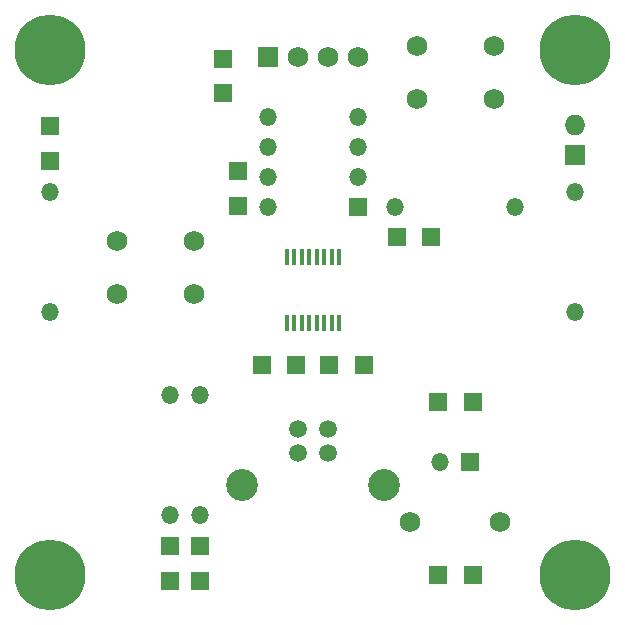
<source format=gts>
G04 (created by PCBNEW (22-Jun-2014 BZR 4027)-stable) date Mon 12 Jun 2017 10:58:34 PM CDT*
%MOIN*%
G04 Gerber Fmt 3.4, Leading zero omitted, Abs format*
%FSLAX34Y34*%
G01*
G70*
G90*
G04 APERTURE LIST*
%ADD10C,0.00590551*%
%ADD11C,0.23622*%
%ADD12C,0.059*%
%ADD13C,0.1063*%
%ADD14R,0.015748X0.0551181*%
%ADD15R,0.069X0.069*%
%ADD16C,0.069*%
%ADD17O,0.059X0.059*%
%ADD18O,0.069X0.069*%
%ADD19R,0.059X0.059*%
%ADD20R,0.059X0.064*%
%ADD21R,0.064X0.059*%
G04 APERTURE END LIST*
G54D10*
G54D11*
X82000Y-44000D03*
X64500Y-44000D03*
X82000Y-61500D03*
X64500Y-61500D03*
G54D12*
X73750Y-56650D03*
X72750Y-56650D03*
X72750Y-57437D03*
X73750Y-57437D03*
G54D13*
X75612Y-58500D03*
X70888Y-58500D03*
G54D14*
X73375Y-50897D03*
X73125Y-50897D03*
X72875Y-50897D03*
X72625Y-50897D03*
X74125Y-53102D03*
X74125Y-50897D03*
X73875Y-50897D03*
X73625Y-50897D03*
X72375Y-53102D03*
X72625Y-53102D03*
X72875Y-53102D03*
X73125Y-53102D03*
X73375Y-53102D03*
X73625Y-53102D03*
X72375Y-50897D03*
X73875Y-53102D03*
G54D15*
X71750Y-44250D03*
G54D16*
X72750Y-44250D03*
X73750Y-44250D03*
X74750Y-44250D03*
G54D17*
X76000Y-49250D03*
X80000Y-49250D03*
X64500Y-48750D03*
X64500Y-52750D03*
X82000Y-48750D03*
X82000Y-52750D03*
X69500Y-59500D03*
X69500Y-55500D03*
X68500Y-59500D03*
X68500Y-55500D03*
G54D15*
X82000Y-47500D03*
G54D18*
X82000Y-46500D03*
G54D16*
X76500Y-59750D03*
X79500Y-59750D03*
G54D19*
X78500Y-57750D03*
G54D17*
X77500Y-57750D03*
G54D19*
X74750Y-49250D03*
G54D17*
X74750Y-48250D03*
X74750Y-47250D03*
X74750Y-46250D03*
X71750Y-46250D03*
X71750Y-47250D03*
X71750Y-49250D03*
X71750Y-48250D03*
G54D20*
X69500Y-60550D03*
X69500Y-61700D03*
X68500Y-60550D03*
X68500Y-61700D03*
G54D21*
X72700Y-54500D03*
X71550Y-54500D03*
G54D20*
X64500Y-47700D03*
X64500Y-46550D03*
G54D21*
X76050Y-50250D03*
X77200Y-50250D03*
X78575Y-55750D03*
X77425Y-55750D03*
X77425Y-61500D03*
X78575Y-61500D03*
G54D16*
X66720Y-52135D03*
X66720Y-50364D03*
X69279Y-52135D03*
X69279Y-50364D03*
X76720Y-45635D03*
X76720Y-43864D03*
X79279Y-45635D03*
X79279Y-43864D03*
G54D21*
X73800Y-54500D03*
X74950Y-54500D03*
G54D20*
X70750Y-49200D03*
X70750Y-48050D03*
X70250Y-44300D03*
X70250Y-45450D03*
M02*

</source>
